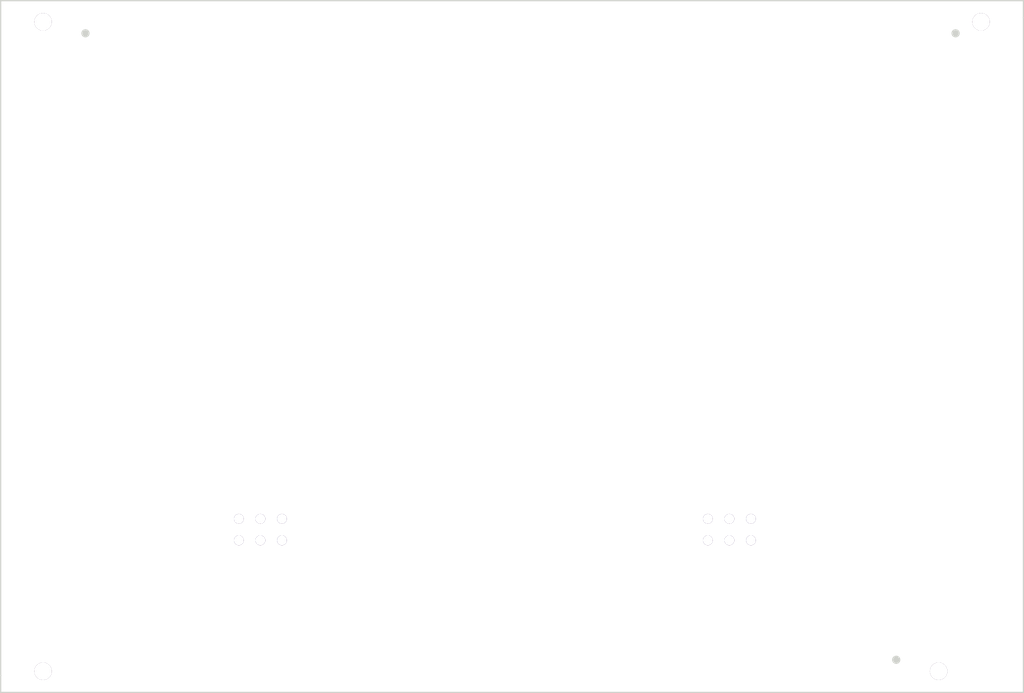
<source format=kicad_pcb>
(kicad_pcb
	(version 20240108)
	(generator "pcbnew")
	(generator_version "8.0")
	(general
		(thickness 1.6)
		(legacy_teardrops no)
	)
	(paper "A4")
	(layers
		(0 "F.Cu" signal)
		(31 "B.Cu" signal)
		(32 "B.Adhes" user "B.Adhesive")
		(33 "F.Adhes" user "F.Adhesive")
		(34 "B.Paste" user)
		(35 "F.Paste" user)
		(36 "B.SilkS" user "B.Silkscreen")
		(37 "F.SilkS" user "F.Silkscreen")
		(38 "B.Mask" user)
		(39 "F.Mask" user)
		(40 "Dwgs.User" user "User.Drawings")
		(41 "Cmts.User" user "User.Comments")
		(42 "Eco1.User" user "User.Eco1")
		(43 "Eco2.User" user "User.Eco2")
		(44 "Edge.Cuts" user)
	)
	(setup
		(pad_to_mask_clearance 0)
		(allow_soldermask_bridges_in_footprints no)
		(pcbplotparams
			(layerselection 0x00010fc_ffffffff)
			(plot_on_all_layers_selection 0x0000000_00000000)
			(disableapertmacros no)
			(usegerberextensions no)
			(usegerberattributes yes)
			(usegerberadvancedattributes yes)
			(creategerberjobfile yes)
			(dashed_line_dash_ratio 12.000000)
			(dashed_line_gap_ratio 3.000000)
			(svgprecision 4)
			(plotframeref no)
			(viasonmask no)
			(mode 1)
			(useauxorigin no)
			(hpglpennumber 1)
			(hpglpenspeed 20)
			(hpglpendiameter 15.000000)
			(pdf_front_fp_property_popups yes)
			(pdf_back_fp_property_popups yes)
			(dxfpolygonmode yes)
			(dxfimperialunits yes)
			(dxfusepcbnewfont yes)
			(psnegative no)
			(psa4output no)
			(plotreference yes)
			(plotvalue yes)
			(plotfptext yes)
			(plotinvisibletext no)
			(sketchpadsonfab no)
			(subtractmaskfromsilk no)
			(outputformat 1)
			(mirror no)
			(drillshape 1)
			(scaleselection 1)
			(outputdirectory "")
		)
	)
	(net 0 "")
	(gr_circle
		(center 156.59147 64.177515)
		(end 157.07647 64.177515)
		(stroke
			(width 0)
			(type solid)
		)
		(fill solid)
		(layer "Edge.Cuts")
		(uuid "08705bbe-a091-45bf-accd-70a863da6656")
	)
	(gr_circle
		(center 49.00545 62.827505)
		(end 50.03045 62.827505)
		(stroke
			(width 0)
			(type solid)
		)
		(fill solid)
		(layer "Edge.Cuts")
		(uuid "08e63be6-ea9e-4a6e-a71b-b2b1e5803dc5")
	)
	(gr_line
		(start 164.59191 141.889075)
		(end 44.0049 141.889075)
		(stroke
			(width 0.15001)
			(type solid)
		)
		(layer "Edge.Cuts")
		(uuid "0c3ed903-ca8c-44bf-b4bd-2028f7a599aa")
	)
	(gr_line
		(start 44.0051 60.326675)
		(end 164.59211 60.326675)
		(stroke
			(width 0.15001)
			(type solid)
		)
		(layer "Edge.Cuts")
		(uuid "11e71565-da4b-4a14-b12f-521ce6e9b7b8")
	)
	(gr_circle
		(center 49.00545 139.388515)
		(end 50.03045 139.388515)
		(stroke
			(width 0)
			(type solid)
		)
		(fill solid)
		(layer "Edge.Cuts")
		(uuid "41a3acac-e9d6-435b-a4e3-dc7d5cdaf8c1")
	)
	(gr_circle
		(center 159.59146 62.827505)
		(end 160.61646 62.827505)
		(stroke
			(width 0)
			(type solid)
		)
		(fill solid)
		(layer "Edge.Cuts")
		(uuid "530607d0-749e-45a6-b623-ef9e72ccf676")
	)
	(gr_line
		(start 44.00493 139.888825)
		(end 44.0051 60.326675)
		(stroke
			(width 0.15001)
			(type solid)
		)
		(layer "Edge.Cuts")
		(uuid "54e3daa9-e1f7-44cf-8aaf-fca026f26fa3")
	)
	(gr_line
		(start 164.59211 62.326925)
		(end 164.59209 62.326925)
		(stroke
			(width 0.15001)
			(type solid)
		)
		(layer "Edge.Cuts")
		(uuid "5860d744-88c8-43c3-987f-12c8733d1d5d")
	)
	(gr_circle
		(center 149.59146 138.038505)
		(end 150.07646 138.038505)
		(stroke
			(width 0)
			(type solid)
		)
		(fill solid)
		(layer "Edge.Cuts")
		(uuid "59d2e1a3-bdd8-428c-aa70-f5c82f0af99f")
	)
	(gr_line
		(start 44.0049 139.888825)
		(end 44.00493 139.888825)
		(stroke
			(width 0.15001)
			(type solid)
		)
		(layer "Edge.Cuts")
		(uuid "63c3d999-0f8e-41f2-ae06-db597e62ff7a")
	)
	(gr_line
		(start 164.59211 60.326675)
		(end 164.59211 62.326925)
		(stroke
			(width 0.15001)
			(type solid)
		)
		(layer "Edge.Cuts")
		(uuid "8930b436-7f4f-42bb-98bf-65eda2d96d80")
	)
	(gr_circle
		(center 154.59145 139.388515)
		(end 155.61645 139.388515)
		(stroke
			(width 0)
			(type solid)
		)
		(fill solid)
		(layer "Edge.Cuts")
		(uuid "9271489f-4cfe-4aec-bb10-39a85dc1755b")
	)
	(gr_line
		(start 164.59209 62.326925)
		(end 164.59191 141.889075)
		(stroke
			(width 0.15001)
			(type solid)
		)
		(layer "Edge.Cuts")
		(uuid "a6b90149-0293-4a4e-8938-dcb2a1e06889")
	)
	(gr_circle
		(center 54.00547 64.177515)
		(end 54.49047 64.177515)
		(stroke
			(width 0)
			(type solid)
		)
		(fill solid)
		(layer "Edge.Cuts")
		(uuid "d2c11852-d573-465e-b12a-a76da61662be")
	)
	(gr_line
		(start 44.0049 141.889075)
		(end 44.00493 139.888825)
		(stroke
			(width 0.15001)
			(type solid)
		)
		(layer "Edge.Cuts")
		(uuid "dd421ad4-d12c-49e6-9a32-b225d5bcd435")
	)
	(via
		(at 129.92124 121.415405)
		(size 1.15002)
		(drill 1.15001)
		(layers "F.Cu" "B.Cu")
		(net 0)
		(uuid "0457e8c6-ef94-4847-a27f-1afeff01eeb7")
	)
	(via
		(at 74.62823 123.955405)
		(size 1.15002)
		(drill 1.15001)
		(layers "F.Cu" "B.Cu")
		(net 0)
		(uuid "1ee78969-38aa-4f26-b941-90b83a96443c")
	)
	(via
		(at 49.00545 62.827505)
		(size 2.05002)
		(drill 2.05001)
		(layers "F.Cu" "B.Cu")
		(net 0)
		(uuid "27e5770d-64cb-4042-bc7b-004d9f7bd6e6")
	)
	(via
		(at 49.00545 139.388515)
		(size 2.05002)
		(drill 2.05001)
		(layers "F.Cu" "B.Cu")
		(net 0)
		(uuid "375e919f-c9b7-429c-8431-28c018cfda1d")
	)
	(via
		(at 127.38124 123.955405)
		(size 1.15002)
		(drill 1.15001)
		(layers "F.Cu" "B.Cu")
		(net 0)
		(uuid "3ac91f11-374b-4e10-b5fb-23b5a014f690")
	)
	(via
		(at 159.59146 62.827505)
		(size 2.05002)
		(drill 2.05001)
		(layers "F.Cu" "B.Cu")
		(net 0)
		(uuid "3e624676-3069-4900-9b29-718199eea82e")
	)
	(via
		(at 77.16823 121.415405)
		(size 1.15002)
		(drill 1.15001)
		(layers "F.Cu" "B.Cu")
		(net 0)
		(uuid "5681a80e-aa45-4fb3-8cf7-b6fe13a143be")
	)
	(via
		(at 129.92124 123.955405)
		(size 1.15002)
		(drill 1.15001)
		(layers "F.Cu" "B.Cu")
		(net 0)
		(uuid "66ff25c0-6252-42be-91c8-0c36f8e66651")
	)
	(via
		(at 154.59145 139.388515)
		(size 2.05002)
		(drill 2.05001)
		(layers "F.Cu" "B.Cu")
		(net 0)
		(uuid "71364b95-c179-4c73-9895-ca929f19648e")
	)
	(via
		(at 72.08823 121.415405)
		(size 1.15002)
		(drill 1.15001)
		(layers "F.Cu" "B.Cu")
		(net 0)
		(uuid "771dd36a-c5c7-4d98-8294-db265574e748")
	)
	(via
		(at 127.38124 121.415405)
		(size 1.15002)
		(drill 1.15001)
		(layers "F.Cu" "B.Cu")
		(net 0)
		(uuid "81e83528-a7fb-463b-b24a-b1e512897f84")
	)
	(via
		(at 132.46124 121.415405)
		(size 1.15002)
		(drill 1.15001)
		(layers "F.Cu" "B.Cu")
		(net 0)
		(uuid "90ee2773-0a98-4a2e-8563-dddcbb440de9")
	)
	(via
		(at 77.16823 123.955405)
		(size 1.15002)
		(drill 1.15001)
		(layers "F.Cu" "B.Cu")
		(net 0)
		(uuid "9e93f640-cfea-4ddf-80df-3d0758f5770b")
	)
	(via
		(at 72.08823 123.955405)
		(size 1.15002)
		(drill 1.15001)
		(layers "F.Cu" "B.Cu")
		(net 0)
		(uuid "b9a8dde6-4fb5-4428-8e69-039174495c56")
	)
	(via
		(at 74.62823 121.415405)
		(size 1.15002)
		(drill 1.15001)
		(layers "F.Cu" "B.Cu")
		(net 0)
		(uuid "ba524529-212a-4ffc-a976-068f7dca357f")
	)
	(via
		(at 132.46124 123.955405)
		(size 1.15002)
		(drill 1.15001)
		(layers "F.Cu" "B.Cu")
		(net 0)
		(uuid "dd32750c-dea0-4091-8540-7cac588373b9")
	)
)

</source>
